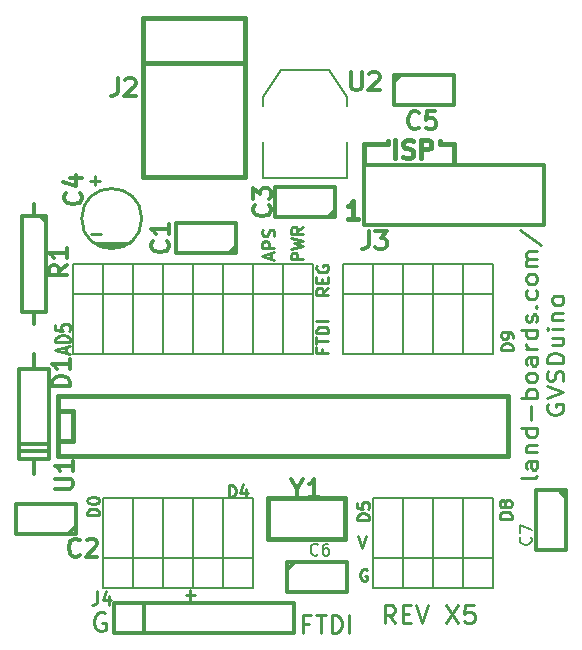
<source format=gto>
G04 #@! TF.FileFunction,Legend,Top*
%FSLAX46Y46*%
G04 Gerber Fmt 4.6, Leading zero omitted, Abs format (unit mm)*
G04 Created by KiCad (PCBNEW (after 2015-mar-04 BZR unknown)-product) date 7/24/2015 4:51:47 PM*
%MOMM*%
G01*
G04 APERTURE LIST*
%ADD10C,0.150000*%
%ADD11C,0.254000*%
%ADD12C,0.381000*%
%ADD13C,0.203200*%
%ADD14C,0.304800*%
%ADD15C,0.152400*%
%ADD16C,0.285750*%
G04 APERTURE END LIST*
D10*
D11*
X80342619Y-56663166D02*
X79326619Y-56663166D01*
X79326619Y-56276119D01*
X79375000Y-56179357D01*
X79423381Y-56130976D01*
X79520143Y-56082595D01*
X79665286Y-56082595D01*
X79762048Y-56130976D01*
X79810429Y-56179357D01*
X79858810Y-56276119D01*
X79858810Y-56663166D01*
X79326619Y-55743928D02*
X80342619Y-55502023D01*
X79616905Y-55308500D01*
X80342619Y-55114976D01*
X79326619Y-54873071D01*
X80342619Y-53905452D02*
X79858810Y-54244118D01*
X80342619Y-54486023D02*
X79326619Y-54486023D01*
X79326619Y-54098976D01*
X79375000Y-54002214D01*
X79423381Y-53953833D01*
X79520143Y-53905452D01*
X79665286Y-53905452D01*
X79762048Y-53953833D01*
X79810429Y-54002214D01*
X79858810Y-54098976D01*
X79858810Y-54486023D01*
D12*
X85017429Y-53267429D02*
X84146572Y-53267429D01*
X84582000Y-53267429D02*
X84582000Y-51743429D01*
X84436857Y-51961143D01*
X84291715Y-52106286D01*
X84146572Y-52178857D01*
X87503000Y-46736000D02*
X87503000Y-46672500D01*
X91948000Y-46926500D02*
X91948000Y-46609000D01*
X93154500Y-46926500D02*
X91948000Y-46926500D01*
X93154500Y-48577500D02*
X93154500Y-46926500D01*
X87503000Y-46926500D02*
X87503000Y-46799500D01*
X85471000Y-46926500D02*
X87503000Y-46926500D01*
X85471000Y-48577500D02*
X85471000Y-46926500D01*
D11*
X77639333Y-56605714D02*
X77639333Y-56121905D01*
X77929619Y-56702476D02*
X76913619Y-56363809D01*
X77929619Y-56025143D01*
X77929619Y-55686476D02*
X76913619Y-55686476D01*
X76913619Y-55299429D01*
X76962000Y-55202667D01*
X77010381Y-55154286D01*
X77107143Y-55105905D01*
X77252286Y-55105905D01*
X77349048Y-55154286D01*
X77397429Y-55202667D01*
X77445810Y-55299429D01*
X77445810Y-55686476D01*
X77881238Y-54718857D02*
X77929619Y-54573714D01*
X77929619Y-54331810D01*
X77881238Y-54235048D01*
X77832857Y-54186667D01*
X77736095Y-54138286D01*
X77639333Y-54138286D01*
X77542571Y-54186667D01*
X77494190Y-54235048D01*
X77445810Y-54331810D01*
X77397429Y-54525333D01*
X77349048Y-54622095D01*
X77300667Y-54670476D01*
X77203905Y-54718857D01*
X77107143Y-54718857D01*
X77010381Y-54670476D01*
X76962000Y-54622095D01*
X76913619Y-54525333D01*
X76913619Y-54283429D01*
X76962000Y-54138286D01*
X88130742Y-87455829D02*
X87622742Y-86730114D01*
X87259885Y-87455829D02*
X87259885Y-85931829D01*
X87840457Y-85931829D01*
X87985599Y-86004400D01*
X88058171Y-86076971D01*
X88130742Y-86222114D01*
X88130742Y-86439829D01*
X88058171Y-86584971D01*
X87985599Y-86657543D01*
X87840457Y-86730114D01*
X87259885Y-86730114D01*
X88783885Y-86657543D02*
X89291885Y-86657543D01*
X89509599Y-87455829D02*
X88783885Y-87455829D01*
X88783885Y-85931829D01*
X89509599Y-85931829D01*
X89945028Y-85931829D02*
X90453028Y-87455829D01*
X90961028Y-85931829D01*
X92485028Y-85931829D02*
X93501028Y-87455829D01*
X93501028Y-85931829D02*
X92485028Y-87455829D01*
X94807314Y-85931829D02*
X94081600Y-85931829D01*
X94009029Y-86657543D01*
X94081600Y-86584971D01*
X94226743Y-86512400D01*
X94589600Y-86512400D01*
X94734743Y-86584971D01*
X94807314Y-86657543D01*
X94879886Y-86802686D01*
X94879886Y-87165543D01*
X94807314Y-87310686D01*
X94734743Y-87383257D01*
X94589600Y-87455829D01*
X94226743Y-87455829D01*
X94081600Y-87383257D01*
X94009029Y-87310686D01*
D12*
X88174286Y-48060429D02*
X88174286Y-46536429D01*
X88827429Y-47987857D02*
X89045143Y-48060429D01*
X89408000Y-48060429D01*
X89553143Y-47987857D01*
X89625714Y-47915286D01*
X89698286Y-47770143D01*
X89698286Y-47625000D01*
X89625714Y-47479857D01*
X89553143Y-47407286D01*
X89408000Y-47334714D01*
X89117714Y-47262143D01*
X88972572Y-47189571D01*
X88900000Y-47117000D01*
X88827429Y-46971857D01*
X88827429Y-46826714D01*
X88900000Y-46681571D01*
X88972572Y-46609000D01*
X89117714Y-46536429D01*
X89480572Y-46536429D01*
X89698286Y-46609000D01*
X90351429Y-48060429D02*
X90351429Y-46536429D01*
X90932001Y-46536429D01*
X91077143Y-46609000D01*
X91149715Y-46681571D01*
X91222286Y-46826714D01*
X91222286Y-47044429D01*
X91149715Y-47189571D01*
X91077143Y-47262143D01*
X90932001Y-47334714D01*
X90351429Y-47334714D01*
D11*
X62350953Y-49983571D02*
X63125048Y-49983571D01*
X62738000Y-50370619D02*
X62738000Y-49596524D01*
X84961334Y-80043619D02*
X85300001Y-81059619D01*
X85638667Y-80043619D01*
X98009619Y-78599904D02*
X96993619Y-78599904D01*
X96993619Y-78357999D01*
X97042000Y-78212857D01*
X97138762Y-78116095D01*
X97235524Y-78067714D01*
X97429048Y-78019333D01*
X97574190Y-78019333D01*
X97767714Y-78067714D01*
X97864476Y-78116095D01*
X97961238Y-78212857D01*
X98009619Y-78357999D01*
X98009619Y-78599904D01*
X97429048Y-77438761D02*
X97380667Y-77535523D01*
X97332286Y-77583904D01*
X97235524Y-77632285D01*
X97187143Y-77632285D01*
X97090381Y-77583904D01*
X97042000Y-77535523D01*
X96993619Y-77438761D01*
X96993619Y-77245238D01*
X97042000Y-77148476D01*
X97090381Y-77100095D01*
X97187143Y-77051714D01*
X97235524Y-77051714D01*
X97332286Y-77100095D01*
X97380667Y-77148476D01*
X97429048Y-77245238D01*
X97429048Y-77438761D01*
X97477429Y-77535523D01*
X97525810Y-77583904D01*
X97622571Y-77632285D01*
X97816095Y-77632285D01*
X97912857Y-77583904D01*
X97961238Y-77535523D01*
X98009619Y-77438761D01*
X98009619Y-77245238D01*
X97961238Y-77148476D01*
X97912857Y-77100095D01*
X97816095Y-77051714D01*
X97622571Y-77051714D01*
X97525810Y-77100095D01*
X97477429Y-77148476D01*
X97429048Y-77245238D01*
X100174576Y-74966285D02*
X100108052Y-75111427D01*
X99975005Y-75183999D01*
X98777576Y-75183999D01*
X100174576Y-73732570D02*
X99442814Y-73732570D01*
X99309767Y-73805141D01*
X99243243Y-73950284D01*
X99243243Y-74240570D01*
X99309767Y-74385713D01*
X100108052Y-73732570D02*
X100174576Y-73877713D01*
X100174576Y-74240570D01*
X100108052Y-74385713D01*
X99975005Y-74458284D01*
X99841957Y-74458284D01*
X99708910Y-74385713D01*
X99642386Y-74240570D01*
X99642386Y-73877713D01*
X99575862Y-73732570D01*
X99243243Y-73006856D02*
X100174576Y-73006856D01*
X99376290Y-73006856D02*
X99309767Y-72934284D01*
X99243243Y-72789142D01*
X99243243Y-72571427D01*
X99309767Y-72426284D01*
X99442814Y-72353713D01*
X100174576Y-72353713D01*
X100174576Y-70974856D02*
X98777576Y-70974856D01*
X100108052Y-70974856D02*
X100174576Y-71119999D01*
X100174576Y-71410285D01*
X100108052Y-71555427D01*
X100041529Y-71627999D01*
X99908481Y-71700570D01*
X99509338Y-71700570D01*
X99376290Y-71627999D01*
X99309767Y-71555427D01*
X99243243Y-71410285D01*
X99243243Y-71119999D01*
X99309767Y-70974856D01*
X99642386Y-70249142D02*
X99642386Y-69087999D01*
X100174576Y-68362285D02*
X98777576Y-68362285D01*
X99309767Y-68362285D02*
X99243243Y-68217142D01*
X99243243Y-67926856D01*
X99309767Y-67781713D01*
X99376290Y-67709142D01*
X99509338Y-67636571D01*
X99908481Y-67636571D01*
X100041529Y-67709142D01*
X100108052Y-67781713D01*
X100174576Y-67926856D01*
X100174576Y-68217142D01*
X100108052Y-68362285D01*
X100174576Y-66765714D02*
X100108052Y-66910856D01*
X100041529Y-66983428D01*
X99908481Y-67055999D01*
X99509338Y-67055999D01*
X99376290Y-66983428D01*
X99309767Y-66910856D01*
X99243243Y-66765714D01*
X99243243Y-66547999D01*
X99309767Y-66402856D01*
X99376290Y-66330285D01*
X99509338Y-66257714D01*
X99908481Y-66257714D01*
X100041529Y-66330285D01*
X100108052Y-66402856D01*
X100174576Y-66547999D01*
X100174576Y-66765714D01*
X100174576Y-64951428D02*
X99442814Y-64951428D01*
X99309767Y-65023999D01*
X99243243Y-65169142D01*
X99243243Y-65459428D01*
X99309767Y-65604571D01*
X100108052Y-64951428D02*
X100174576Y-65096571D01*
X100174576Y-65459428D01*
X100108052Y-65604571D01*
X99975005Y-65677142D01*
X99841957Y-65677142D01*
X99708910Y-65604571D01*
X99642386Y-65459428D01*
X99642386Y-65096571D01*
X99575862Y-64951428D01*
X100174576Y-64225714D02*
X99243243Y-64225714D01*
X99509338Y-64225714D02*
X99376290Y-64153142D01*
X99309767Y-64080571D01*
X99243243Y-63935428D01*
X99243243Y-63790285D01*
X100174576Y-62629142D02*
X98777576Y-62629142D01*
X100108052Y-62629142D02*
X100174576Y-62774285D01*
X100174576Y-63064571D01*
X100108052Y-63209713D01*
X100041529Y-63282285D01*
X99908481Y-63354856D01*
X99509338Y-63354856D01*
X99376290Y-63282285D01*
X99309767Y-63209713D01*
X99243243Y-63064571D01*
X99243243Y-62774285D01*
X99309767Y-62629142D01*
X100108052Y-61975999D02*
X100174576Y-61830856D01*
X100174576Y-61540571D01*
X100108052Y-61395428D01*
X99975005Y-61322856D01*
X99908481Y-61322856D01*
X99775433Y-61395428D01*
X99708910Y-61540571D01*
X99708910Y-61758285D01*
X99642386Y-61903428D01*
X99509338Y-61975999D01*
X99442814Y-61975999D01*
X99309767Y-61903428D01*
X99243243Y-61758285D01*
X99243243Y-61540571D01*
X99309767Y-61395428D01*
X100041529Y-60669714D02*
X100108052Y-60597142D01*
X100174576Y-60669714D01*
X100108052Y-60742285D01*
X100041529Y-60669714D01*
X100174576Y-60669714D01*
X100108052Y-59290857D02*
X100174576Y-59436000D01*
X100174576Y-59726286D01*
X100108052Y-59871428D01*
X100041529Y-59944000D01*
X99908481Y-60016571D01*
X99509338Y-60016571D01*
X99376290Y-59944000D01*
X99309767Y-59871428D01*
X99243243Y-59726286D01*
X99243243Y-59436000D01*
X99309767Y-59290857D01*
X100174576Y-58420000D02*
X100108052Y-58565142D01*
X100041529Y-58637714D01*
X99908481Y-58710285D01*
X99509338Y-58710285D01*
X99376290Y-58637714D01*
X99309767Y-58565142D01*
X99243243Y-58420000D01*
X99243243Y-58202285D01*
X99309767Y-58057142D01*
X99376290Y-57984571D01*
X99509338Y-57912000D01*
X99908481Y-57912000D01*
X100041529Y-57984571D01*
X100108052Y-58057142D01*
X100174576Y-58202285D01*
X100174576Y-58420000D01*
X100174576Y-57258857D02*
X99243243Y-57258857D01*
X99376290Y-57258857D02*
X99309767Y-57186285D01*
X99243243Y-57041143D01*
X99243243Y-56823428D01*
X99309767Y-56678285D01*
X99442814Y-56605714D01*
X100174576Y-56605714D01*
X99442814Y-56605714D02*
X99309767Y-56533143D01*
X99243243Y-56388000D01*
X99243243Y-56170285D01*
X99309767Y-56025143D01*
X99442814Y-55952571D01*
X100174576Y-55952571D01*
X98711052Y-54138285D02*
X100507195Y-55444571D01*
X101053900Y-68942857D02*
X100987376Y-69088000D01*
X100987376Y-69305714D01*
X101053900Y-69523429D01*
X101186948Y-69668571D01*
X101319995Y-69741143D01*
X101586090Y-69813714D01*
X101785662Y-69813714D01*
X102051757Y-69741143D01*
X102184805Y-69668571D01*
X102317852Y-69523429D01*
X102384376Y-69305714D01*
X102384376Y-69160571D01*
X102317852Y-68942857D01*
X102251329Y-68870286D01*
X101785662Y-68870286D01*
X101785662Y-69160571D01*
X100987376Y-68434857D02*
X102384376Y-67926857D01*
X100987376Y-67418857D01*
X102317852Y-66983428D02*
X102384376Y-66765714D01*
X102384376Y-66402857D01*
X102317852Y-66257714D01*
X102251329Y-66185143D01*
X102118281Y-66112571D01*
X101985233Y-66112571D01*
X101852186Y-66185143D01*
X101785662Y-66257714D01*
X101719138Y-66402857D01*
X101652614Y-66693143D01*
X101586090Y-66838285D01*
X101519567Y-66910857D01*
X101386519Y-66983428D01*
X101253471Y-66983428D01*
X101120424Y-66910857D01*
X101053900Y-66838285D01*
X100987376Y-66693143D01*
X100987376Y-66330285D01*
X101053900Y-66112571D01*
X102384376Y-65459428D02*
X100987376Y-65459428D01*
X100987376Y-65096571D01*
X101053900Y-64878856D01*
X101186948Y-64733714D01*
X101319995Y-64661142D01*
X101586090Y-64588571D01*
X101785662Y-64588571D01*
X102051757Y-64661142D01*
X102184805Y-64733714D01*
X102317852Y-64878856D01*
X102384376Y-65096571D01*
X102384376Y-65459428D01*
X101453043Y-63282285D02*
X102384376Y-63282285D01*
X101453043Y-63935428D02*
X102184805Y-63935428D01*
X102317852Y-63862856D01*
X102384376Y-63717714D01*
X102384376Y-63499999D01*
X102317852Y-63354856D01*
X102251329Y-63282285D01*
X102384376Y-62556571D02*
X101453043Y-62556571D01*
X100987376Y-62556571D02*
X101053900Y-62629142D01*
X101120424Y-62556571D01*
X101053900Y-62483999D01*
X100987376Y-62556571D01*
X101120424Y-62556571D01*
X101453043Y-61830857D02*
X102384376Y-61830857D01*
X101586090Y-61830857D02*
X101519567Y-61758285D01*
X101453043Y-61613143D01*
X101453043Y-61395428D01*
X101519567Y-61250285D01*
X101652614Y-61177714D01*
X102384376Y-61177714D01*
X102384376Y-60234286D02*
X102317852Y-60379428D01*
X102251329Y-60452000D01*
X102118281Y-60524571D01*
X101719138Y-60524571D01*
X101586090Y-60452000D01*
X101519567Y-60379428D01*
X101453043Y-60234286D01*
X101453043Y-60016571D01*
X101519567Y-59871428D01*
X101586090Y-59798857D01*
X101719138Y-59726286D01*
X102118281Y-59726286D01*
X102251329Y-59798857D01*
X102317852Y-59871428D01*
X102384376Y-60016571D01*
X102384376Y-60234286D01*
X81969429Y-64237810D02*
X81969429Y-64576476D01*
X82501619Y-64576476D02*
X81485619Y-64576476D01*
X81485619Y-64092667D01*
X81485619Y-63850762D02*
X81485619Y-63270191D01*
X82501619Y-63560476D02*
X81485619Y-63560476D01*
X82501619Y-62931524D02*
X81485619Y-62931524D01*
X81485619Y-62689619D01*
X81534000Y-62544477D01*
X81630762Y-62447715D01*
X81727524Y-62399334D01*
X81921048Y-62350953D01*
X82066190Y-62350953D01*
X82259714Y-62399334D01*
X82356476Y-62447715D01*
X82453238Y-62544477D01*
X82501619Y-62689619D01*
X82501619Y-62931524D01*
X82501619Y-61915524D02*
X81485619Y-61915524D01*
X82501619Y-59073143D02*
X82017810Y-59411809D01*
X82501619Y-59653714D02*
X81485619Y-59653714D01*
X81485619Y-59266667D01*
X81534000Y-59169905D01*
X81582381Y-59121524D01*
X81679143Y-59073143D01*
X81824286Y-59073143D01*
X81921048Y-59121524D01*
X81969429Y-59169905D01*
X82017810Y-59266667D01*
X82017810Y-59653714D01*
X81969429Y-58637714D02*
X81969429Y-58299048D01*
X82501619Y-58153905D02*
X82501619Y-58637714D01*
X81485619Y-58637714D01*
X81485619Y-58153905D01*
X81534000Y-57186286D02*
X81485619Y-57283048D01*
X81485619Y-57428191D01*
X81534000Y-57573333D01*
X81630762Y-57670095D01*
X81727524Y-57718476D01*
X81921048Y-57766857D01*
X82066190Y-57766857D01*
X82259714Y-57718476D01*
X82356476Y-57670095D01*
X82453238Y-57573333D01*
X82501619Y-57428191D01*
X82501619Y-57331429D01*
X82453238Y-57186286D01*
X82404857Y-57137905D01*
X82066190Y-57137905D01*
X82066190Y-57331429D01*
X74062096Y-76781619D02*
X74062096Y-75765619D01*
X74304001Y-75765619D01*
X74449143Y-75814000D01*
X74545905Y-75910762D01*
X74594286Y-76007524D01*
X74642667Y-76201048D01*
X74642667Y-76346190D01*
X74594286Y-76539714D01*
X74545905Y-76636476D01*
X74449143Y-76733238D01*
X74304001Y-76781619D01*
X74062096Y-76781619D01*
X75513524Y-76104286D02*
X75513524Y-76781619D01*
X75271620Y-75717238D02*
X75029715Y-76442952D01*
X75658667Y-76442952D01*
X63563448Y-86626800D02*
X63411067Y-86550610D01*
X63182495Y-86550610D01*
X62953924Y-86626800D01*
X62801543Y-86779181D01*
X62725352Y-86931562D01*
X62649162Y-87236324D01*
X62649162Y-87464895D01*
X62725352Y-87769657D01*
X62801543Y-87922038D01*
X62953924Y-88074419D01*
X63182495Y-88150610D01*
X63334876Y-88150610D01*
X63563448Y-88074419D01*
X63639638Y-87998229D01*
X63639638Y-87464895D01*
X63334876Y-87464895D01*
X85959619Y-78749904D02*
X84943619Y-78749904D01*
X84943619Y-78507999D01*
X84992000Y-78362857D01*
X85088762Y-78266095D01*
X85185524Y-78217714D01*
X85379048Y-78169333D01*
X85524190Y-78169333D01*
X85717714Y-78217714D01*
X85814476Y-78266095D01*
X85911238Y-78362857D01*
X85959619Y-78507999D01*
X85959619Y-78749904D01*
X84943619Y-77250095D02*
X84943619Y-77733904D01*
X85427429Y-77782285D01*
X85379048Y-77733904D01*
X85330667Y-77637142D01*
X85330667Y-77395238D01*
X85379048Y-77298476D01*
X85427429Y-77250095D01*
X85524190Y-77201714D01*
X85766095Y-77201714D01*
X85862857Y-77250095D01*
X85911238Y-77298476D01*
X85959619Y-77395238D01*
X85959619Y-77637142D01*
X85911238Y-77733904D01*
X85862857Y-77782285D01*
X70412953Y-85072571D02*
X71187048Y-85072571D01*
X70800000Y-85459619D02*
X70800000Y-84685524D01*
X85746095Y-82926000D02*
X85649333Y-82877619D01*
X85504190Y-82877619D01*
X85359048Y-82926000D01*
X85262286Y-83022762D01*
X85213905Y-83119524D01*
X85165524Y-83313048D01*
X85165524Y-83458190D01*
X85213905Y-83651714D01*
X85262286Y-83748476D01*
X85359048Y-83845238D01*
X85504190Y-83893619D01*
X85600952Y-83893619D01*
X85746095Y-83845238D01*
X85794476Y-83796857D01*
X85794476Y-83458190D01*
X85600952Y-83458190D01*
X63079619Y-78341904D02*
X62063619Y-78341904D01*
X62063619Y-78099999D01*
X62112000Y-77954857D01*
X62208762Y-77858095D01*
X62305524Y-77809714D01*
X62499048Y-77761333D01*
X62644190Y-77761333D01*
X62837714Y-77809714D01*
X62934476Y-77858095D01*
X63031238Y-77954857D01*
X63079619Y-78099999D01*
X63079619Y-78341904D01*
X62063619Y-77132380D02*
X62063619Y-77035619D01*
X62112000Y-76938857D01*
X62160381Y-76890476D01*
X62257143Y-76842095D01*
X62450667Y-76793714D01*
X62692571Y-76793714D01*
X62886095Y-76842095D01*
X62982857Y-76890476D01*
X63031238Y-76938857D01*
X63079619Y-77035619D01*
X63079619Y-77132380D01*
X63031238Y-77229142D01*
X62982857Y-77277523D01*
X62886095Y-77325904D01*
X62692571Y-77374285D01*
X62450667Y-77374285D01*
X62257143Y-77325904D01*
X62160381Y-77277523D01*
X62112000Y-77229142D01*
X62063619Y-77132380D01*
X98122619Y-64351504D02*
X97106619Y-64351504D01*
X97106619Y-64109599D01*
X97155000Y-63964457D01*
X97251762Y-63867695D01*
X97348524Y-63819314D01*
X97542048Y-63770933D01*
X97687190Y-63770933D01*
X97880714Y-63819314D01*
X97977476Y-63867695D01*
X98074238Y-63964457D01*
X98122619Y-64109599D01*
X98122619Y-64351504D01*
X98122619Y-63287123D02*
X98122619Y-63093599D01*
X98074238Y-62996838D01*
X98025857Y-62948457D01*
X97880714Y-62851695D01*
X97687190Y-62803314D01*
X97300143Y-62803314D01*
X97203381Y-62851695D01*
X97155000Y-62900076D01*
X97106619Y-62996838D01*
X97106619Y-63190361D01*
X97155000Y-63287123D01*
X97203381Y-63335504D01*
X97300143Y-63383885D01*
X97542048Y-63383885D01*
X97638810Y-63335504D01*
X97687190Y-63287123D01*
X97735571Y-63190361D01*
X97735571Y-62996838D01*
X97687190Y-62900076D01*
X97638810Y-62851695D01*
X97542048Y-62803314D01*
X60291667Y-64601714D02*
X60291667Y-64117905D01*
X60654524Y-64698476D02*
X59384524Y-64359809D01*
X60654524Y-64021143D01*
X60654524Y-63682476D02*
X59384524Y-63682476D01*
X59384524Y-63440571D01*
X59445000Y-63295429D01*
X59565952Y-63198667D01*
X59686905Y-63150286D01*
X59928810Y-63101905D01*
X60110238Y-63101905D01*
X60352143Y-63150286D01*
X60473095Y-63198667D01*
X60594048Y-63295429D01*
X60654524Y-63440571D01*
X60654524Y-63682476D01*
X59384524Y-62182667D02*
X59384524Y-62666476D01*
X59989286Y-62714857D01*
X59928810Y-62666476D01*
X59868333Y-62569714D01*
X59868333Y-62327810D01*
X59928810Y-62231048D01*
X59989286Y-62182667D01*
X60110238Y-62134286D01*
X60412619Y-62134286D01*
X60533571Y-62182667D01*
X60594048Y-62231048D01*
X60654524Y-62327810D01*
X60654524Y-62569714D01*
X60594048Y-62666476D01*
X60533571Y-62714857D01*
X80831715Y-87497457D02*
X80331715Y-87497457D01*
X80331715Y-88283171D02*
X80331715Y-86783171D01*
X81046001Y-86783171D01*
X81403143Y-86783171D02*
X82260286Y-86783171D01*
X81831715Y-88283171D02*
X81831715Y-86783171D01*
X82760286Y-88283171D02*
X82760286Y-86783171D01*
X83117429Y-86783171D01*
X83331714Y-86854600D01*
X83474572Y-86997457D01*
X83546000Y-87140314D01*
X83617429Y-87426029D01*
X83617429Y-87640314D01*
X83546000Y-87926029D01*
X83474572Y-88068886D01*
X83331714Y-88211743D01*
X83117429Y-88283171D01*
X82760286Y-88283171D01*
X84260286Y-88283171D02*
X84260286Y-86783171D01*
D13*
X76962000Y-46736000D02*
X76962000Y-49784000D01*
X76962000Y-49784000D02*
X84074000Y-49784000D01*
X84074000Y-49784000D02*
X84074000Y-46736000D01*
X76962000Y-43688000D02*
X76962000Y-42926000D01*
X76962000Y-42926000D02*
X78486000Y-40640000D01*
X78486000Y-40640000D02*
X82550000Y-40640000D01*
X82550000Y-40640000D02*
X84074000Y-42926000D01*
X84074000Y-42926000D02*
X84074000Y-43688000D01*
D14*
X88070800Y-41016000D02*
X93100000Y-41016000D01*
X93100000Y-41016000D02*
X93100000Y-43556000D01*
X93100000Y-43556000D02*
X88020000Y-43556000D01*
X88020000Y-43556000D02*
X88020000Y-41016000D01*
X88020000Y-41651000D02*
X88655000Y-41016000D01*
X83007200Y-53086000D02*
X77978000Y-53086000D01*
X77978000Y-53086000D02*
X77978000Y-50546000D01*
X77978000Y-50546000D02*
X83058000Y-50546000D01*
X83058000Y-50546000D02*
X83058000Y-53086000D01*
X83058000Y-52451000D02*
X82423000Y-53086000D01*
X61045200Y-79878000D02*
X56016000Y-79878000D01*
X56016000Y-79878000D02*
X56016000Y-77338000D01*
X56016000Y-77338000D02*
X61096000Y-77338000D01*
X61096000Y-77338000D02*
X61096000Y-79878000D01*
X61096000Y-79243000D02*
X60461000Y-79878000D01*
X74625200Y-56134000D02*
X69596000Y-56134000D01*
X69596000Y-56134000D02*
X69596000Y-53594000D01*
X69596000Y-53594000D02*
X74676000Y-53594000D01*
X74676000Y-53594000D02*
X74676000Y-56134000D01*
X74676000Y-55499000D02*
X74041000Y-56134000D01*
D12*
X59572000Y-68194000D02*
X97672000Y-68194000D01*
X97672000Y-68194000D02*
X97672000Y-73274000D01*
X97672000Y-73274000D02*
X59572000Y-73274000D01*
X59572000Y-73274000D02*
X59572000Y-68194000D01*
X59572000Y-69464000D02*
X60842000Y-69464000D01*
X60842000Y-69464000D02*
X60842000Y-72004000D01*
X60842000Y-72004000D02*
X59572000Y-72004000D01*
D11*
X63255000Y-54478000D02*
X62366000Y-54478000D01*
X63128000Y-55494000D02*
X65160000Y-55494000D01*
X65160000Y-55494000D02*
X65160000Y-55367000D01*
X65160000Y-55367000D02*
X63128000Y-55367000D01*
X65668000Y-55240000D02*
X62620000Y-55240000D01*
X66684000Y-53208000D02*
G75*
G03X66684000Y-53208000I-2540000J0D01*
G01*
D14*
X64380000Y-88270000D02*
X64380000Y-85730000D01*
X64380000Y-85730000D02*
X79620000Y-85730000D01*
X79620000Y-85730000D02*
X79620000Y-88270000D01*
X79620000Y-88270000D02*
X64380000Y-88270000D01*
X66920000Y-88270000D02*
X66920000Y-85730000D01*
D15*
X76082000Y-84450000D02*
X73542000Y-84450000D01*
X73542000Y-84450000D02*
X73542000Y-76830000D01*
X73542000Y-76830000D02*
X76082000Y-76830000D01*
X76082000Y-76830000D02*
X76082000Y-84450000D01*
X73542000Y-81910000D02*
X76082000Y-81910000D01*
X83702000Y-57018000D02*
X86242000Y-57018000D01*
X86242000Y-57018000D02*
X86242000Y-64638000D01*
X86242000Y-64638000D02*
X83702000Y-64638000D01*
X83702000Y-64638000D02*
X83702000Y-57018000D01*
X86242000Y-59558000D02*
X83702000Y-59558000D01*
X86242000Y-57018000D02*
X88782000Y-57018000D01*
X88782000Y-57018000D02*
X88782000Y-64638000D01*
X88782000Y-64638000D02*
X86242000Y-64638000D01*
X86242000Y-64638000D02*
X86242000Y-57018000D01*
X88782000Y-59558000D02*
X86242000Y-59558000D01*
X88782000Y-57018000D02*
X91322000Y-57018000D01*
X91322000Y-57018000D02*
X91322000Y-64638000D01*
X91322000Y-64638000D02*
X88782000Y-64638000D01*
X88782000Y-64638000D02*
X88782000Y-57018000D01*
X91322000Y-59558000D02*
X88782000Y-59558000D01*
X91322000Y-57018000D02*
X93862000Y-57018000D01*
X93862000Y-57018000D02*
X93862000Y-64638000D01*
X93862000Y-64638000D02*
X91322000Y-64638000D01*
X91322000Y-64638000D02*
X91322000Y-57018000D01*
X93862000Y-59558000D02*
X91322000Y-59558000D01*
X93862000Y-57018000D02*
X96402000Y-57018000D01*
X96402000Y-57018000D02*
X96402000Y-64638000D01*
X96402000Y-64638000D02*
X93862000Y-64638000D01*
X93862000Y-64638000D02*
X93862000Y-57018000D01*
X96402000Y-59558000D02*
X93862000Y-59558000D01*
X96402000Y-84450000D02*
X93862000Y-84450000D01*
X93862000Y-84450000D02*
X93862000Y-76830000D01*
X93862000Y-76830000D02*
X96402000Y-76830000D01*
X96402000Y-76830000D02*
X96402000Y-84450000D01*
X93862000Y-81910000D02*
X96402000Y-81910000D01*
X93862000Y-84450000D02*
X91322000Y-84450000D01*
X91322000Y-84450000D02*
X91322000Y-76830000D01*
X91322000Y-76830000D02*
X93862000Y-76830000D01*
X93862000Y-76830000D02*
X93862000Y-84450000D01*
X91322000Y-81910000D02*
X93862000Y-81910000D01*
X91322000Y-84450000D02*
X88782000Y-84450000D01*
X88782000Y-84450000D02*
X88782000Y-76830000D01*
X88782000Y-76830000D02*
X91322000Y-76830000D01*
X91322000Y-76830000D02*
X91322000Y-84450000D01*
X88782000Y-81910000D02*
X91322000Y-81910000D01*
X88782000Y-84450000D02*
X86242000Y-84450000D01*
X86242000Y-84450000D02*
X86242000Y-76830000D01*
X86242000Y-76830000D02*
X88782000Y-76830000D01*
X88782000Y-76830000D02*
X88782000Y-84450000D01*
X86242000Y-81910000D02*
X88782000Y-81910000D01*
X73542000Y-57018000D02*
X76082000Y-57018000D01*
X76082000Y-57018000D02*
X76082000Y-64638000D01*
X76082000Y-64638000D02*
X73542000Y-64638000D01*
X73542000Y-64638000D02*
X73542000Y-57018000D01*
X76082000Y-59558000D02*
X73542000Y-59558000D01*
X73542000Y-84450000D02*
X71002000Y-84450000D01*
X71002000Y-84450000D02*
X71002000Y-76830000D01*
X71002000Y-76830000D02*
X73542000Y-76830000D01*
X73542000Y-76830000D02*
X73542000Y-84450000D01*
X71002000Y-81910000D02*
X73542000Y-81910000D01*
X71002000Y-84450000D02*
X68462000Y-84450000D01*
X68462000Y-84450000D02*
X68462000Y-76830000D01*
X68462000Y-76830000D02*
X71002000Y-76830000D01*
X71002000Y-76830000D02*
X71002000Y-84450000D01*
X68462000Y-81910000D02*
X71002000Y-81910000D01*
X68462000Y-84450000D02*
X65922000Y-84450000D01*
X65922000Y-84450000D02*
X65922000Y-76830000D01*
X65922000Y-76830000D02*
X68462000Y-76830000D01*
X68462000Y-76830000D02*
X68462000Y-84450000D01*
X65922000Y-81910000D02*
X68462000Y-81910000D01*
X65922000Y-84450000D02*
X63382000Y-84450000D01*
X63382000Y-84450000D02*
X63382000Y-76830000D01*
X63382000Y-76830000D02*
X65922000Y-76830000D01*
X65922000Y-76830000D02*
X65922000Y-84450000D01*
X63382000Y-81910000D02*
X65922000Y-81910000D01*
X60842000Y-57018000D02*
X63382000Y-57018000D01*
X63382000Y-57018000D02*
X63382000Y-64638000D01*
X63382000Y-64638000D02*
X60842000Y-64638000D01*
X60842000Y-64638000D02*
X60842000Y-57018000D01*
X63382000Y-59558000D02*
X60842000Y-59558000D01*
X63382000Y-57018000D02*
X65922000Y-57018000D01*
X65922000Y-57018000D02*
X65922000Y-64638000D01*
X65922000Y-64638000D02*
X63382000Y-64638000D01*
X63382000Y-64638000D02*
X63382000Y-57018000D01*
X65922000Y-59558000D02*
X63382000Y-59558000D01*
X65922000Y-57018000D02*
X68462000Y-57018000D01*
X68462000Y-57018000D02*
X68462000Y-64638000D01*
X68462000Y-64638000D02*
X65922000Y-64638000D01*
X65922000Y-64638000D02*
X65922000Y-57018000D01*
X68462000Y-59558000D02*
X65922000Y-59558000D01*
X68462000Y-57018000D02*
X71002000Y-57018000D01*
X71002000Y-57018000D02*
X71002000Y-64638000D01*
X71002000Y-64638000D02*
X68462000Y-64638000D01*
X68462000Y-64638000D02*
X68462000Y-57018000D01*
X71002000Y-59558000D02*
X68462000Y-59558000D01*
X71002000Y-57018000D02*
X73542000Y-57018000D01*
X73542000Y-57018000D02*
X73542000Y-64638000D01*
X73542000Y-64638000D02*
X71002000Y-64638000D01*
X71002000Y-64638000D02*
X71002000Y-57018000D01*
X73542000Y-59558000D02*
X71002000Y-59558000D01*
D14*
X58810000Y-65908000D02*
X58810000Y-73528000D01*
X58810000Y-73528000D02*
X56270000Y-73528000D01*
X56270000Y-73528000D02*
X56270000Y-65908000D01*
X56270000Y-65908000D02*
X58810000Y-65908000D01*
X58810000Y-72893000D02*
X56270000Y-72893000D01*
X56270000Y-72258000D02*
X58810000Y-72258000D01*
X57540000Y-65908000D02*
X57540000Y-64638000D01*
X57540000Y-73528000D02*
X57540000Y-74798000D01*
X57540000Y-51938000D02*
X57540000Y-52954000D01*
X57540000Y-52954000D02*
X58556000Y-52954000D01*
X58556000Y-52954000D02*
X58556000Y-61082000D01*
X58556000Y-61082000D02*
X56524000Y-61082000D01*
X56524000Y-61082000D02*
X56524000Y-52954000D01*
X56524000Y-52954000D02*
X57540000Y-52954000D01*
X58048000Y-52954000D02*
X58556000Y-53462000D01*
X57540000Y-62098000D02*
X57540000Y-61082000D01*
D15*
X76082000Y-57018000D02*
X78622000Y-57018000D01*
X78622000Y-57018000D02*
X78622000Y-64638000D01*
X78622000Y-64638000D02*
X76082000Y-64638000D01*
X76082000Y-64638000D02*
X76082000Y-57018000D01*
X78622000Y-59558000D02*
X76082000Y-59558000D01*
X78622000Y-57018000D02*
X81162000Y-57018000D01*
X81162000Y-57018000D02*
X81162000Y-64638000D01*
X81162000Y-64638000D02*
X78622000Y-64638000D01*
X78622000Y-64638000D02*
X78622000Y-57018000D01*
X81162000Y-59558000D02*
X78622000Y-59558000D01*
D12*
X77402800Y-76857940D02*
X83905200Y-76857940D01*
X83905200Y-76857940D02*
X83905200Y-80358060D01*
X83905200Y-80358060D02*
X77402800Y-80358060D01*
X77402800Y-80358060D02*
X77402800Y-76857940D01*
D14*
X85480000Y-48636000D02*
X100720000Y-48636000D01*
X100720000Y-48636000D02*
X100720000Y-53716000D01*
X100720000Y-53716000D02*
X85480000Y-53716000D01*
X85480000Y-53716000D02*
X85480000Y-48636000D01*
D12*
X75438000Y-36957000D02*
X75438000Y-36195000D01*
X75438000Y-36195000D02*
X66802000Y-36195000D01*
X66802000Y-36195000D02*
X66802000Y-36957000D01*
X75438000Y-40005000D02*
X66802000Y-40005000D01*
X75438000Y-49657000D02*
X66802000Y-49657000D01*
X66802000Y-36957000D02*
X66802000Y-49657000D01*
X75438000Y-36957000D02*
X75438000Y-49657000D01*
D14*
X79044800Y-82296000D02*
X84074000Y-82296000D01*
X84074000Y-82296000D02*
X84074000Y-84836000D01*
X84074000Y-84836000D02*
X78994000Y-84836000D01*
X78994000Y-84836000D02*
X78994000Y-82296000D01*
X78994000Y-82931000D02*
X79629000Y-82296000D01*
X102616000Y-76250800D02*
X102616000Y-81280000D01*
X102616000Y-81280000D02*
X100076000Y-81280000D01*
X100076000Y-81280000D02*
X100076000Y-76200000D01*
X100076000Y-76200000D02*
X102616000Y-76200000D01*
X101981000Y-76200000D02*
X102616000Y-76835000D01*
X84436857Y-40821429D02*
X84436857Y-42055143D01*
X84509429Y-42200286D01*
X84582000Y-42272857D01*
X84727143Y-42345429D01*
X85017429Y-42345429D01*
X85162571Y-42272857D01*
X85235143Y-42200286D01*
X85307714Y-42055143D01*
X85307714Y-40821429D01*
X85960857Y-40966571D02*
X86033428Y-40894000D01*
X86178571Y-40821429D01*
X86541428Y-40821429D01*
X86686571Y-40894000D01*
X86759142Y-40966571D01*
X86831714Y-41111714D01*
X86831714Y-41256857D01*
X86759142Y-41474571D01*
X85888285Y-42345429D01*
X86831714Y-42345429D01*
X90170000Y-45502286D02*
X90097429Y-45574857D01*
X89879715Y-45647429D01*
X89734572Y-45647429D01*
X89516857Y-45574857D01*
X89371715Y-45429714D01*
X89299143Y-45284571D01*
X89226572Y-44994286D01*
X89226572Y-44776571D01*
X89299143Y-44486286D01*
X89371715Y-44341143D01*
X89516857Y-44196000D01*
X89734572Y-44123429D01*
X89879715Y-44123429D01*
X90097429Y-44196000D01*
X90170000Y-44268571D01*
X91548857Y-44123429D02*
X90823143Y-44123429D01*
X90750572Y-44849143D01*
X90823143Y-44776571D01*
X90968286Y-44704000D01*
X91331143Y-44704000D01*
X91476286Y-44776571D01*
X91548857Y-44849143D01*
X91621429Y-44994286D01*
X91621429Y-45357143D01*
X91548857Y-45502286D01*
X91476286Y-45574857D01*
X91331143Y-45647429D01*
X90968286Y-45647429D01*
X90823143Y-45574857D01*
X90750572Y-45502286D01*
X77506286Y-52070000D02*
X77578857Y-52142571D01*
X77651429Y-52360285D01*
X77651429Y-52505428D01*
X77578857Y-52723143D01*
X77433714Y-52868285D01*
X77288571Y-52940857D01*
X76998286Y-53013428D01*
X76780571Y-53013428D01*
X76490286Y-52940857D01*
X76345143Y-52868285D01*
X76200000Y-52723143D01*
X76127429Y-52505428D01*
X76127429Y-52360285D01*
X76200000Y-52142571D01*
X76272571Y-52070000D01*
X76127429Y-51562000D02*
X76127429Y-50618571D01*
X76708000Y-51126571D01*
X76708000Y-50908857D01*
X76780571Y-50763714D01*
X76853143Y-50691143D01*
X76998286Y-50618571D01*
X77361143Y-50618571D01*
X77506286Y-50691143D01*
X77578857Y-50763714D01*
X77651429Y-50908857D01*
X77651429Y-51344285D01*
X77578857Y-51489428D01*
X77506286Y-51562000D01*
X61446000Y-81694286D02*
X61373429Y-81766857D01*
X61155715Y-81839429D01*
X61010572Y-81839429D01*
X60792857Y-81766857D01*
X60647715Y-81621714D01*
X60575143Y-81476571D01*
X60502572Y-81186286D01*
X60502572Y-80968571D01*
X60575143Y-80678286D01*
X60647715Y-80533143D01*
X60792857Y-80388000D01*
X61010572Y-80315429D01*
X61155715Y-80315429D01*
X61373429Y-80388000D01*
X61446000Y-80460571D01*
X62026572Y-80460571D02*
X62099143Y-80388000D01*
X62244286Y-80315429D01*
X62607143Y-80315429D01*
X62752286Y-80388000D01*
X62824857Y-80460571D01*
X62897429Y-80605714D01*
X62897429Y-80750857D01*
X62824857Y-80968571D01*
X61954000Y-81839429D01*
X62897429Y-81839429D01*
X68870286Y-55118000D02*
X68942857Y-55190571D01*
X69015429Y-55408285D01*
X69015429Y-55553428D01*
X68942857Y-55771143D01*
X68797714Y-55916285D01*
X68652571Y-55988857D01*
X68362286Y-56061428D01*
X68144571Y-56061428D01*
X67854286Y-55988857D01*
X67709143Y-55916285D01*
X67564000Y-55771143D01*
X67491429Y-55553428D01*
X67491429Y-55408285D01*
X67564000Y-55190571D01*
X67636571Y-55118000D01*
X69015429Y-53666571D02*
X69015429Y-54537428D01*
X69015429Y-54102000D02*
X67491429Y-54102000D01*
X67709143Y-54247143D01*
X67854286Y-54392285D01*
X67926857Y-54537428D01*
X59363429Y-76091143D02*
X60597143Y-76091143D01*
X60742286Y-76018571D01*
X60814857Y-75946000D01*
X60887429Y-75800857D01*
X60887429Y-75510571D01*
X60814857Y-75365429D01*
X60742286Y-75292857D01*
X60597143Y-75220286D01*
X59363429Y-75220286D01*
X60887429Y-73696286D02*
X60887429Y-74567143D01*
X60887429Y-74131715D02*
X59363429Y-74131715D01*
X59581143Y-74276858D01*
X59726286Y-74422000D01*
X59798857Y-74567143D01*
X61504286Y-51054000D02*
X61576857Y-51126571D01*
X61649429Y-51344285D01*
X61649429Y-51489428D01*
X61576857Y-51707143D01*
X61431714Y-51852285D01*
X61286571Y-51924857D01*
X60996286Y-51997428D01*
X60778571Y-51997428D01*
X60488286Y-51924857D01*
X60343143Y-51852285D01*
X60198000Y-51707143D01*
X60125429Y-51489428D01*
X60125429Y-51344285D01*
X60198000Y-51126571D01*
X60270571Y-51054000D01*
X60633429Y-49747714D02*
X61649429Y-49747714D01*
X60052857Y-50110571D02*
X61141429Y-50473428D01*
X61141429Y-49530000D01*
D16*
X62919000Y-84774071D02*
X62919000Y-85590500D01*
X62864572Y-85753786D01*
X62755715Y-85862643D01*
X62592429Y-85917071D01*
X62483572Y-85917071D01*
X63953143Y-85155071D02*
X63953143Y-85917071D01*
X63681000Y-84719643D02*
X63408857Y-85536071D01*
X64116429Y-85536071D01*
D14*
X60633429Y-67418857D02*
X59109429Y-67418857D01*
X59109429Y-67056000D01*
X59182000Y-66838285D01*
X59327143Y-66693143D01*
X59472286Y-66620571D01*
X59762571Y-66548000D01*
X59980286Y-66548000D01*
X60270571Y-66620571D01*
X60415714Y-66693143D01*
X60560857Y-66838285D01*
X60633429Y-67056000D01*
X60633429Y-67418857D01*
X60633429Y-65096571D02*
X60633429Y-65967428D01*
X60633429Y-65532000D02*
X59109429Y-65532000D01*
X59327143Y-65677143D01*
X59472286Y-65822285D01*
X59544857Y-65967428D01*
X60379429Y-57150000D02*
X59653714Y-57658000D01*
X60379429Y-58020857D02*
X58855429Y-58020857D01*
X58855429Y-57440285D01*
X58928000Y-57295143D01*
X59000571Y-57222571D01*
X59145714Y-57150000D01*
X59363429Y-57150000D01*
X59508571Y-57222571D01*
X59581143Y-57295143D01*
X59653714Y-57440285D01*
X59653714Y-58020857D01*
X60379429Y-55698571D02*
X60379429Y-56569428D01*
X60379429Y-56134000D02*
X58855429Y-56134000D01*
X59073143Y-56279143D01*
X59218286Y-56424285D01*
X59290857Y-56569428D01*
X79877486Y-76072354D02*
X79877486Y-76798069D01*
X79369486Y-75274069D02*
X79877486Y-76072354D01*
X80385486Y-75274069D01*
X81691772Y-76798069D02*
X80820915Y-76798069D01*
X81256343Y-76798069D02*
X81256343Y-75274069D01*
X81111200Y-75491783D01*
X80966058Y-75636926D01*
X80820915Y-75709497D01*
X85892000Y-54265429D02*
X85892000Y-55354000D01*
X85819428Y-55571714D01*
X85674285Y-55716857D01*
X85456571Y-55789429D01*
X85311428Y-55789429D01*
X86472571Y-54265429D02*
X87416000Y-54265429D01*
X86908000Y-54846000D01*
X87125714Y-54846000D01*
X87270857Y-54918571D01*
X87343428Y-54991143D01*
X87416000Y-55136286D01*
X87416000Y-55499143D01*
X87343428Y-55644286D01*
X87270857Y-55716857D01*
X87125714Y-55789429D01*
X86690286Y-55789429D01*
X86545143Y-55716857D01*
X86472571Y-55644286D01*
X64643000Y-41329429D02*
X64643000Y-42418000D01*
X64570428Y-42635714D01*
X64425285Y-42780857D01*
X64207571Y-42853429D01*
X64062428Y-42853429D01*
X65296143Y-41474571D02*
X65368714Y-41402000D01*
X65513857Y-41329429D01*
X65876714Y-41329429D01*
X66021857Y-41402000D01*
X66094428Y-41474571D01*
X66167000Y-41619714D01*
X66167000Y-41764857D01*
X66094428Y-41982571D01*
X65223571Y-42853429D01*
X66167000Y-42853429D01*
D13*
X81618667Y-81642857D02*
X81570286Y-81691238D01*
X81425143Y-81739619D01*
X81328381Y-81739619D01*
X81183239Y-81691238D01*
X81086477Y-81594476D01*
X81038096Y-81497714D01*
X80989715Y-81304190D01*
X80989715Y-81159048D01*
X81038096Y-80965524D01*
X81086477Y-80868762D01*
X81183239Y-80772000D01*
X81328381Y-80723619D01*
X81425143Y-80723619D01*
X81570286Y-80772000D01*
X81618667Y-80820381D01*
X82489524Y-80723619D02*
X82296001Y-80723619D01*
X82199239Y-80772000D01*
X82150858Y-80820381D01*
X82054096Y-80965524D01*
X82005715Y-81159048D01*
X82005715Y-81546095D01*
X82054096Y-81642857D01*
X82102477Y-81691238D01*
X82199239Y-81739619D01*
X82392762Y-81739619D01*
X82489524Y-81691238D01*
X82537905Y-81642857D01*
X82586286Y-81546095D01*
X82586286Y-81304190D01*
X82537905Y-81207429D01*
X82489524Y-81159048D01*
X82392762Y-81110667D01*
X82199239Y-81110667D01*
X82102477Y-81159048D01*
X82054096Y-81207429D01*
X82005715Y-81304190D01*
X99613357Y-80179333D02*
X99661738Y-80227714D01*
X99710119Y-80372857D01*
X99710119Y-80469619D01*
X99661738Y-80614761D01*
X99564976Y-80711523D01*
X99468214Y-80759904D01*
X99274690Y-80808285D01*
X99129548Y-80808285D01*
X98936024Y-80759904D01*
X98839262Y-80711523D01*
X98742500Y-80614761D01*
X98694119Y-80469619D01*
X98694119Y-80372857D01*
X98742500Y-80227714D01*
X98790881Y-80179333D01*
X98694119Y-79840666D02*
X98694119Y-79163333D01*
X99710119Y-79598761D01*
M02*

</source>
